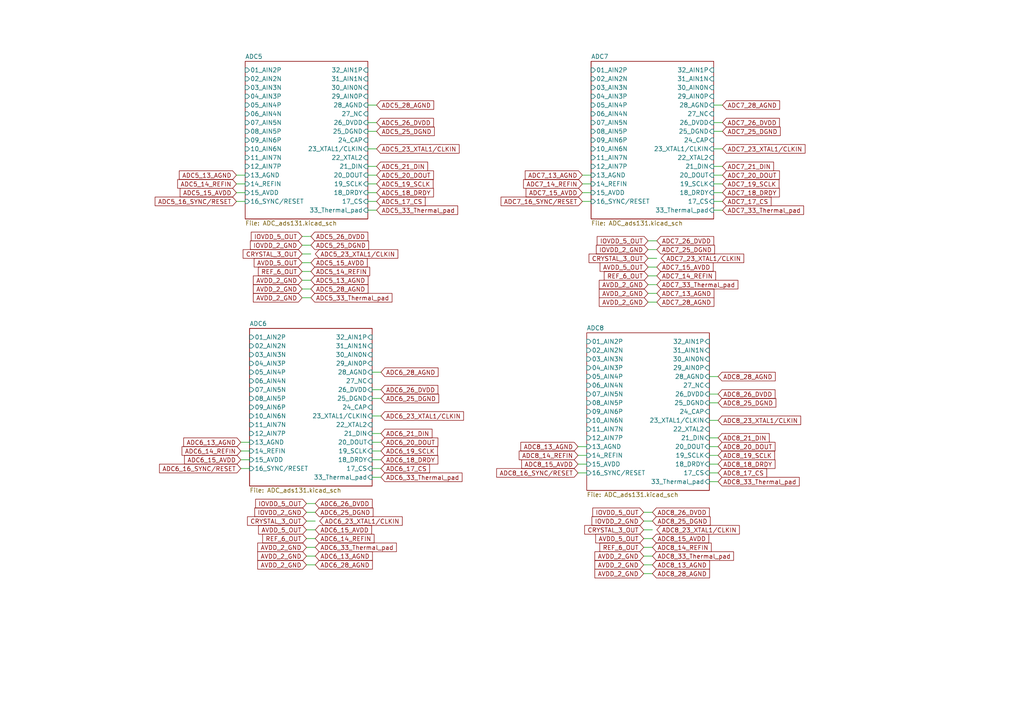
<source format=kicad_sch>
(kicad_sch (version 20210621) (generator eeschema)
  (paper "A4")
  (lib_symbols)
  (wire (pts (xy 68.58 50.8) (xy 71.12 50.8)))
  (wire (pts (xy 68.58 53.34) (xy 71.12 53.34)))
  (wire (pts (xy 68.58 55.88) (xy 71.12 55.88)))
  (wire (pts (xy 68.58 58.42) (xy 71.12 58.42)))
  (wire (pts (xy 69.85 128.27) (xy 72.39 128.27)))
  (wire (pts (xy 69.85 130.81) (xy 72.39 130.81)))
  (wire (pts (xy 69.85 133.35) (xy 72.39 133.35)))
  (wire (pts (xy 69.85 135.89) (xy 72.39 135.89)))
  (wire (pts (xy 90.17 68.58) (xy 87.63 68.58)))
  (wire (pts (xy 90.17 71.12) (xy 87.63 71.12)))
  (wire (pts (xy 90.17 73.66) (xy 87.63 73.66)))
  (wire (pts (xy 90.17 76.2) (xy 87.63 76.2)))
  (wire (pts (xy 90.17 78.74) (xy 87.63 78.74)))
  (wire (pts (xy 90.17 81.28) (xy 87.63 81.28)))
  (wire (pts (xy 90.17 83.82) (xy 87.63 83.82)))
  (wire (pts (xy 90.17 86.36) (xy 87.63 86.36)))
  (wire (pts (xy 91.44 146.05) (xy 88.9 146.05)))
  (wire (pts (xy 91.44 148.59) (xy 88.9 148.59)))
  (wire (pts (xy 91.44 151.13) (xy 88.9 151.13)))
  (wire (pts (xy 91.44 153.67) (xy 88.9 153.67)))
  (wire (pts (xy 91.44 156.21) (xy 88.9 156.21)))
  (wire (pts (xy 91.44 158.75) (xy 88.9 158.75)))
  (wire (pts (xy 91.44 161.29) (xy 88.9 161.29)))
  (wire (pts (xy 91.44 163.83) (xy 88.9 163.83)))
  (wire (pts (xy 106.68 38.1) (xy 109.22 38.1)))
  (wire (pts (xy 107.95 115.57) (xy 110.49 115.57)))
  (wire (pts (xy 109.22 30.48) (xy 106.68 30.48)))
  (wire (pts (xy 109.22 35.56) (xy 106.68 35.56)))
  (wire (pts (xy 109.22 43.18) (xy 106.68 43.18)))
  (wire (pts (xy 109.22 48.26) (xy 106.68 48.26)))
  (wire (pts (xy 109.22 50.8) (xy 106.68 50.8)))
  (wire (pts (xy 109.22 53.34) (xy 106.68 53.34)))
  (wire (pts (xy 109.22 55.88) (xy 106.68 55.88)))
  (wire (pts (xy 109.22 58.42) (xy 106.68 58.42)))
  (wire (pts (xy 109.22 60.96) (xy 106.68 60.96)))
  (wire (pts (xy 110.49 107.95) (xy 107.95 107.95)))
  (wire (pts (xy 110.49 113.03) (xy 107.95 113.03)))
  (wire (pts (xy 110.49 120.65) (xy 107.95 120.65)))
  (wire (pts (xy 110.49 125.73) (xy 107.95 125.73)))
  (wire (pts (xy 110.49 128.27) (xy 107.95 128.27)))
  (wire (pts (xy 110.49 130.81) (xy 107.95 130.81)))
  (wire (pts (xy 110.49 133.35) (xy 107.95 133.35)))
  (wire (pts (xy 110.49 135.89) (xy 107.95 135.89)))
  (wire (pts (xy 110.49 138.43) (xy 107.95 138.43)))
  (wire (pts (xy 167.64 129.54) (xy 170.18 129.54)))
  (wire (pts (xy 167.64 132.08) (xy 170.18 132.08)))
  (wire (pts (xy 167.64 134.62) (xy 170.18 134.62)))
  (wire (pts (xy 167.64 137.16) (xy 170.18 137.16)))
  (wire (pts (xy 168.91 50.8) (xy 171.45 50.8)))
  (wire (pts (xy 168.91 53.34) (xy 171.45 53.34)))
  (wire (pts (xy 168.91 55.88) (xy 171.45 55.88)))
  (wire (pts (xy 168.91 58.42) (xy 171.45 58.42)))
  (wire (pts (xy 189.23 148.59) (xy 186.69 148.59)))
  (wire (pts (xy 189.23 151.13) (xy 186.69 151.13)))
  (wire (pts (xy 189.23 153.67) (xy 186.69 153.67)))
  (wire (pts (xy 189.23 156.21) (xy 186.69 156.21)))
  (wire (pts (xy 189.23 158.75) (xy 186.69 158.75)))
  (wire (pts (xy 189.23 161.29) (xy 186.69 161.29)))
  (wire (pts (xy 189.23 163.83) (xy 186.69 163.83)))
  (wire (pts (xy 189.23 166.37) (xy 186.69 166.37)))
  (wire (pts (xy 190.5 69.85) (xy 187.96 69.85)))
  (wire (pts (xy 190.5 72.39) (xy 187.96 72.39)))
  (wire (pts (xy 190.5 74.93) (xy 187.96 74.93)))
  (wire (pts (xy 190.5 77.47) (xy 187.96 77.47)))
  (wire (pts (xy 190.5 80.01) (xy 187.96 80.01)))
  (wire (pts (xy 190.5 82.55) (xy 187.96 82.55)))
  (wire (pts (xy 190.5 85.09) (xy 187.96 85.09)))
  (wire (pts (xy 190.5 87.63) (xy 187.96 87.63)))
  (wire (pts (xy 205.74 116.84) (xy 208.28 116.84)))
  (wire (pts (xy 207.01 38.1) (xy 209.55 38.1)))
  (wire (pts (xy 208.28 109.22) (xy 205.74 109.22)))
  (wire (pts (xy 208.28 114.3) (xy 205.74 114.3)))
  (wire (pts (xy 208.28 121.92) (xy 205.74 121.92)))
  (wire (pts (xy 208.28 127) (xy 205.74 127)))
  (wire (pts (xy 208.28 129.54) (xy 205.74 129.54)))
  (wire (pts (xy 208.28 132.08) (xy 205.74 132.08)))
  (wire (pts (xy 208.28 134.62) (xy 205.74 134.62)))
  (wire (pts (xy 208.28 137.16) (xy 205.74 137.16)))
  (wire (pts (xy 208.28 139.7) (xy 205.74 139.7)))
  (wire (pts (xy 209.55 30.48) (xy 207.01 30.48)))
  (wire (pts (xy 209.55 35.56) (xy 207.01 35.56)))
  (wire (pts (xy 209.55 43.18) (xy 207.01 43.18)))
  (wire (pts (xy 209.55 48.26) (xy 207.01 48.26)))
  (wire (pts (xy 209.55 50.8) (xy 207.01 50.8)))
  (wire (pts (xy 209.55 53.34) (xy 207.01 53.34)))
  (wire (pts (xy 209.55 55.88) (xy 207.01 55.88)))
  (wire (pts (xy 209.55 58.42) (xy 207.01 58.42)))
  (wire (pts (xy 209.55 60.96) (xy 207.01 60.96)))
  (global_label "ADC5_13_AGND" (shape input) (at 68.58 50.8 180) (property "Intersheet References" "${INTERSHEET_REFS}" (effects hide)))
  (global_label "ADC5_14_REFIN" (shape input) (at 68.58 53.34 180) (property "Intersheet References" "${INTERSHEET_REFS}" (effects hide)))
  (global_label "ADC5_15_AVDD" (shape input) (at 68.58 55.88 180) (property "Intersheet References" "${INTERSHEET_REFS}" (effects hide)))
  (global_label "ADC5_16_SYNC{slash}RESET" (shape input) (at 68.58 58.42 180) (property "Intersheet References" "${INTERSHEET_REFS}" (effects hide)))
  (global_label "ADC6_13_AGND" (shape input) (at 69.85 128.27 180) (property "Intersheet References" "${INTERSHEET_REFS}" (effects hide)))
  (global_label "ADC6_14_REFIN" (shape input) (at 69.85 130.81 180) (property "Intersheet References" "${INTERSHEET_REFS}" (effects hide)))
  (global_label "ADC6_15_AVDD" (shape input) (at 69.85 133.35 180) (property "Intersheet References" "${INTERSHEET_REFS}" (effects hide)))
  (global_label "ADC6_16_SYNC{slash}RESET" (shape input) (at 69.85 135.89 180) (property "Intersheet References" "${INTERSHEET_REFS}" (effects hide)))
  (global_label "IOVDD_5_OUT" (shape input) (at 87.63 68.58 180) (property "Intersheet References" "${INTERSHEET_REFS}" (effects hide)))
  (global_label "IOVDD_2_GND" (shape input) (at 87.63 71.12 180) (property "Intersheet References" "${INTERSHEET_REFS}" (effects hide)))
  (global_label "CRYSTAL_3_OUT" (shape input) (at 87.63 73.66 180) (property "Intersheet References" "${INTERSHEET_REFS}" (effects hide)))
  (global_label "AVDD_5_OUT" (shape input) (at 87.63 76.2 180) (property "Intersheet References" "${INTERSHEET_REFS}" (effects hide)))
  (global_label "REF_6_OUT" (shape input) (at 87.63 78.74 180) (property "Intersheet References" "${INTERSHEET_REFS}" (effects hide)))
  (global_label "AVDD_2_GND" (shape input) (at 87.63 81.28 180) (property "Intersheet References" "${INTERSHEET_REFS}" (effects hide)))
  (global_label "AVDD_2_GND" (shape input) (at 87.63 83.82 180) (property "Intersheet References" "${INTERSHEET_REFS}" (effects hide)))
  (global_label "AVDD_2_GND" (shape input) (at 87.63 86.36 180) (property "Intersheet References" "${INTERSHEET_REFS}" (effects hide)))
  (global_label "IOVDD_5_OUT" (shape input) (at 88.9 146.05 180) (property "Intersheet References" "${INTERSHEET_REFS}" (effects hide)))
  (global_label "IOVDD_2_GND" (shape input) (at 88.9 148.59 180) (property "Intersheet References" "${INTERSHEET_REFS}" (effects hide)))
  (global_label "CRYSTAL_3_OUT" (shape input) (at 88.9 151.13 180) (property "Intersheet References" "${INTERSHEET_REFS}" (effects hide)))
  (global_label "AVDD_5_OUT" (shape input) (at 88.9 153.67 180) (property "Intersheet References" "${INTERSHEET_REFS}" (effects hide)))
  (global_label "REF_6_OUT" (shape input) (at 88.9 156.21 180) (property "Intersheet References" "${INTERSHEET_REFS}" (effects hide)))
  (global_label "AVDD_2_GND" (shape input) (at 88.9 158.75 180) (property "Intersheet References" "${INTERSHEET_REFS}" (effects hide)))
  (global_label "AVDD_2_GND" (shape input) (at 88.9 161.29 180) (property "Intersheet References" "${INTERSHEET_REFS}" (effects hide)))
  (global_label "AVDD_2_GND" (shape input) (at 88.9 163.83 180) (property "Intersheet References" "${INTERSHEET_REFS}" (effects hide)))
  (global_label "ADC5_26_DVDD" (shape input) (at 90.17 68.58 0) (property "Intersheet References" "${INTERSHEET_REFS}" (effects hide)))
  (global_label "ADC5_25_DGND" (shape input) (at 90.17 71.12 0) (property "Intersheet References" "${INTERSHEET_REFS}" (effects hide)))
  (global_label "ADC5_15_AVDD" (shape input) (at 90.17 76.2 0) (property "Intersheet References" "${INTERSHEET_REFS}" (effects hide)))
  (global_label "ADC5_14_REFIN" (shape input) (at 90.17 78.74 0) (property "Intersheet References" "${INTERSHEET_REFS}" (effects hide)))
  (global_label "ADC5_13_AGND" (shape input) (at 90.17 81.28 0) (property "Intersheet References" "${INTERSHEET_REFS}" (effects hide)))
  (global_label "ADC5_28_AGND" (shape input) (at 90.17 83.82 0) (property "Intersheet References" "${INTERSHEET_REFS}" (effects hide)))
  (global_label "ADC5_33_Thermal_pad" (shape input) (at 90.17 86.36 0) (property "Intersheet References" "${INTERSHEET_REFS}" (effects hide)))
  (global_label "ADC5_23_XTAL1{slash}CLKIN" (shape input) (at 91.44 73.66 0) (property "Intersheet References" "${INTERSHEET_REFS}" (effects hide)))
  (global_label "ADC6_26_DVDD" (shape input) (at 91.44 146.05 0) (property "Intersheet References" "${INTERSHEET_REFS}" (effects hide)))
  (global_label "ADC6_25_DGND" (shape input) (at 91.44 148.59 0) (property "Intersheet References" "${INTERSHEET_REFS}" (effects hide)))
  (global_label "ADC6_15_AVDD" (shape input) (at 91.44 153.67 0) (property "Intersheet References" "${INTERSHEET_REFS}" (effects hide)))
  (global_label "ADC6_14_REFIN" (shape input) (at 91.44 156.21 0) (property "Intersheet References" "${INTERSHEET_REFS}" (effects hide)))
  (global_label "ADC6_33_Thermal_pad" (shape input) (at 91.44 158.75 0) (property "Intersheet References" "${INTERSHEET_REFS}" (effects hide)))
  (global_label "ADC6_13_AGND" (shape input) (at 91.44 161.29 0) (property "Intersheet References" "${INTERSHEET_REFS}" (effects hide)))
  (global_label "ADC6_28_AGND" (shape input) (at 91.44 163.83 0) (property "Intersheet References" "${INTERSHEET_REFS}" (effects hide)))
  (global_label "ADC6_23_XTAL1{slash}CLKIN" (shape input) (at 92.71 151.13 0) (property "Intersheet References" "${INTERSHEET_REFS}" (effects hide)))
  (global_label "ADC5_28_AGND" (shape input) (at 109.22 30.48 0) (property "Intersheet References" "${INTERSHEET_REFS}" (effects hide)))
  (global_label "ADC5_26_DVDD" (shape input) (at 109.22 35.56 0) (property "Intersheet References" "${INTERSHEET_REFS}" (effects hide)))
  (global_label "ADC5_25_DGND" (shape input) (at 109.22 38.1 0) (property "Intersheet References" "${INTERSHEET_REFS}" (effects hide)))
  (global_label "ADC5_23_XTAL1{slash}CLKIN" (shape input) (at 109.22 43.18 0) (property "Intersheet References" "${INTERSHEET_REFS}" (effects hide)))
  (global_label "ADC5_21_DIN" (shape input) (at 109.22 48.26 0) (property "Intersheet References" "${INTERSHEET_REFS}" (effects hide)))
  (global_label "ADC5_20_DOUT" (shape input) (at 109.22 50.8 0) (property "Intersheet References" "${INTERSHEET_REFS}" (effects hide)))
  (global_label "ADC5_19_SCLK" (shape input) (at 109.22 53.34 0) (property "Intersheet References" "${INTERSHEET_REFS}" (effects hide)))
  (global_label "ADC5_18_DRDY" (shape input) (at 109.22 55.88 0) (property "Intersheet References" "${INTERSHEET_REFS}" (effects hide)))
  (global_label "ADC5_17_CS" (shape input) (at 109.22 58.42 0) (property "Intersheet References" "${INTERSHEET_REFS}" (effects hide)))
  (global_label "ADC5_33_Thermal_pad" (shape input) (at 109.22 60.96 0) (property "Intersheet References" "${INTERSHEET_REFS}" (effects hide)))
  (global_label "ADC6_28_AGND" (shape input) (at 110.49 107.95 0) (property "Intersheet References" "${INTERSHEET_REFS}" (effects hide)))
  (global_label "ADC6_26_DVDD" (shape input) (at 110.49 113.03 0) (property "Intersheet References" "${INTERSHEET_REFS}" (effects hide)))
  (global_label "ADC6_25_DGND" (shape input) (at 110.49 115.57 0) (property "Intersheet References" "${INTERSHEET_REFS}" (effects hide)))
  (global_label "ADC6_23_XTAL1{slash}CLKIN" (shape input) (at 110.49 120.65 0) (property "Intersheet References" "${INTERSHEET_REFS}" (effects hide)))
  (global_label "ADC6_21_DIN" (shape input) (at 110.49 125.73 0) (property "Intersheet References" "${INTERSHEET_REFS}" (effects hide)))
  (global_label "ADC6_20_DOUT" (shape input) (at 110.49 128.27 0) (property "Intersheet References" "${INTERSHEET_REFS}" (effects hide)))
  (global_label "ADC6_19_SCLK" (shape input) (at 110.49 130.81 0) (property "Intersheet References" "${INTERSHEET_REFS}" (effects hide)))
  (global_label "ADC6_18_DRDY" (shape input) (at 110.49 133.35 0) (property "Intersheet References" "${INTERSHEET_REFS}" (effects hide)))
  (global_label "ADC6_17_CS" (shape input) (at 110.49 135.89 0) (property "Intersheet References" "${INTERSHEET_REFS}" (effects hide)))
  (global_label "ADC6_33_Thermal_pad" (shape input) (at 110.49 138.43 0) (property "Intersheet References" "${INTERSHEET_REFS}" (effects hide)))
  (global_label "ADC8_13_AGND" (shape input) (at 167.64 129.54 180) (property "Intersheet References" "${INTERSHEET_REFS}" (effects hide)))
  (global_label "ADC8_14_REFIN" (shape input) (at 167.64 132.08 180) (property "Intersheet References" "${INTERSHEET_REFS}" (effects hide)))
  (global_label "ADC8_15_AVDD" (shape input) (at 167.64 134.62 180) (property "Intersheet References" "${INTERSHEET_REFS}" (effects hide)))
  (global_label "ADC8_16_SYNC{slash}RESET" (shape input) (at 167.64 137.16 180) (property "Intersheet References" "${INTERSHEET_REFS}" (effects hide)))
  (global_label "ADC7_13_AGND" (shape input) (at 168.91 50.8 180) (property "Intersheet References" "${INTERSHEET_REFS}" (effects hide)))
  (global_label "ADC7_14_REFIN" (shape input) (at 168.91 53.34 180) (property "Intersheet References" "${INTERSHEET_REFS}" (effects hide)))
  (global_label "ADC7_15_AVDD" (shape input) (at 168.91 55.88 180) (property "Intersheet References" "${INTERSHEET_REFS}" (effects hide)))
  (global_label "ADC7_16_SYNC{slash}RESET" (shape input) (at 168.91 58.42 180) (property "Intersheet References" "${INTERSHEET_REFS}" (effects hide)))
  (global_label "IOVDD_5_OUT" (shape input) (at 186.69 148.59 180) (property "Intersheet References" "${INTERSHEET_REFS}" (effects hide)))
  (global_label "IOVDD_2_GND" (shape input) (at 186.69 151.13 180) (property "Intersheet References" "${INTERSHEET_REFS}" (effects hide)))
  (global_label "CRYSTAL_3_OUT" (shape input) (at 186.69 153.67 180) (property "Intersheet References" "${INTERSHEET_REFS}" (effects hide)))
  (global_label "AVDD_5_OUT" (shape input) (at 186.69 156.21 180) (property "Intersheet References" "${INTERSHEET_REFS}" (effects hide)))
  (global_label "REF_6_OUT" (shape input) (at 186.69 158.75 180) (property "Intersheet References" "${INTERSHEET_REFS}" (effects hide)))
  (global_label "AVDD_2_GND" (shape input) (at 186.69 161.29 180) (property "Intersheet References" "${INTERSHEET_REFS}" (effects hide)))
  (global_label "AVDD_2_GND" (shape input) (at 186.69 163.83 180) (property "Intersheet References" "${INTERSHEET_REFS}" (effects hide)))
  (global_label "AVDD_2_GND" (shape input) (at 186.69 166.37 180) (property "Intersheet References" "${INTERSHEET_REFS}" (effects hide)))
  (global_label "IOVDD_5_OUT" (shape input) (at 187.96 69.85 180) (property "Intersheet References" "${INTERSHEET_REFS}" (effects hide)))
  (global_label "IOVDD_2_GND" (shape input) (at 187.96 72.39 180) (property "Intersheet References" "${INTERSHEET_REFS}" (effects hide)))
  (global_label "CRYSTAL_3_OUT" (shape input) (at 187.96 74.93 180) (property "Intersheet References" "${INTERSHEET_REFS}" (effects hide)))
  (global_label "AVDD_5_OUT" (shape input) (at 187.96 77.47 180) (property "Intersheet References" "${INTERSHEET_REFS}" (effects hide)))
  (global_label "REF_6_OUT" (shape input) (at 187.96 80.01 180) (property "Intersheet References" "${INTERSHEET_REFS}" (effects hide)))
  (global_label "AVDD_2_GND" (shape input) (at 187.96 82.55 180) (property "Intersheet References" "${INTERSHEET_REFS}" (effects hide)))
  (global_label "AVDD_2_GND" (shape input) (at 187.96 85.09 180) (property "Intersheet References" "${INTERSHEET_REFS}" (effects hide)))
  (global_label "AVDD_2_GND" (shape input) (at 187.96 87.63 180) (property "Intersheet References" "${INTERSHEET_REFS}" (effects hide)))
  (global_label "ADC8_26_DVDD" (shape input) (at 189.23 148.59 0) (property "Intersheet References" "${INTERSHEET_REFS}" (effects hide)))
  (global_label "ADC8_25_DGND" (shape input) (at 189.23 151.13 0) (property "Intersheet References" "${INTERSHEET_REFS}" (effects hide)))
  (global_label "ADC8_15_AVDD" (shape input) (at 189.23 156.21 0) (property "Intersheet References" "${INTERSHEET_REFS}" (effects hide)))
  (global_label "ADC8_14_REFIN" (shape input) (at 189.23 158.75 0) (property "Intersheet References" "${INTERSHEET_REFS}" (effects hide)))
  (global_label "ADC8_33_Thermal_pad" (shape input) (at 189.23 161.29 0) (property "Intersheet References" "${INTERSHEET_REFS}" (effects hide)))
  (global_label "ADC8_13_AGND" (shape input) (at 189.23 163.83 0) (property "Intersheet References" "${INTERSHEET_REFS}" (effects hide)))
  (global_label "ADC8_28_AGND" (shape input) (at 189.23 166.37 0) (property "Intersheet References" "${INTERSHEET_REFS}" (effects hide)))
  (global_label "ADC7_26_DVDD" (shape input) (at 190.5 69.85 0) (property "Intersheet References" "${INTERSHEET_REFS}" (effects hide)))
  (global_label "ADC7_25_DGND" (shape input) (at 190.5 72.39 0) (property "Intersheet References" "${INTERSHEET_REFS}" (effects hide)))
  (global_label "ADC7_15_AVDD" (shape input) (at 190.5 77.47 0) (property "Intersheet References" "${INTERSHEET_REFS}" (effects hide)))
  (global_label "ADC7_14_REFIN" (shape input) (at 190.5 80.01 0) (property "Intersheet References" "${INTERSHEET_REFS}" (effects hide)))
  (global_label "ADC7_33_Thermal_pad" (shape input) (at 190.5 82.55 0) (property "Intersheet References" "${INTERSHEET_REFS}" (effects hide)))
  (global_label "ADC7_13_AGND" (shape input) (at 190.5 85.09 0) (property "Intersheet References" "${INTERSHEET_REFS}" (effects hide)))
  (global_label "ADC7_28_AGND" (shape input) (at 190.5 87.63 0) (property "Intersheet References" "${INTERSHEET_REFS}" (effects hide)))
  (global_label "ADC8_23_XTAL1{slash}CLKIN" (shape input) (at 190.5 153.67 0) (property "Intersheet References" "${INTERSHEET_REFS}" (effects hide)))
  (global_label "ADC7_23_XTAL1{slash}CLKIN" (shape input) (at 191.77 74.93 0) (property "Intersheet References" "${INTERSHEET_REFS}" (effects hide)))
  (global_label "ADC8_28_AGND" (shape input) (at 208.28 109.22 0) (property "Intersheet References" "${INTERSHEET_REFS}" (effects hide)))
  (global_label "ADC8_26_DVDD" (shape input) (at 208.28 114.3 0) (property "Intersheet References" "${INTERSHEET_REFS}" (effects hide)))
  (global_label "ADC8_25_DGND" (shape input) (at 208.28 116.84 0) (property "Intersheet References" "${INTERSHEET_REFS}" (effects hide)))
  (global_label "ADC8_23_XTAL1{slash}CLKIN" (shape input) (at 208.28 121.92 0) (property "Intersheet References" "${INTERSHEET_REFS}" (effects hide)))
  (global_label "ADC8_21_DIN" (shape input) (at 208.28 127 0) (property "Intersheet References" "${INTERSHEET_REFS}" (effects hide)))
  (global_label "ADC8_20_DOUT" (shape input) (at 208.28 129.54 0) (property "Intersheet References" "${INTERSHEET_REFS}" (effects hide)))
  (global_label "ADC8_19_SCLK" (shape input) (at 208.28 132.08 0) (property "Intersheet References" "${INTERSHEET_REFS}" (effects hide)))
  (global_label "ADC8_18_DRDY" (shape input) (at 208.28 134.62 0) (property "Intersheet References" "${INTERSHEET_REFS}" (effects hide)))
  (global_label "ADC8_17_CS" (shape input) (at 208.28 137.16 0) (property "Intersheet References" "${INTERSHEET_REFS}" (effects hide)))
  (global_label "ADC8_33_Thermal_pad" (shape input) (at 208.28 139.7 0) (property "Intersheet References" "${INTERSHEET_REFS}" (effects hide)))
  (global_label "ADC7_28_AGND" (shape input) (at 209.55 30.48 0) (property "Intersheet References" "${INTERSHEET_REFS}" (effects hide)))
  (global_label "ADC7_26_DVDD" (shape input) (at 209.55 35.56 0) (property "Intersheet References" "${INTERSHEET_REFS}" (effects hide)))
  (global_label "ADC7_25_DGND" (shape input) (at 209.55 38.1 0) (property "Intersheet References" "${INTERSHEET_REFS}" (effects hide)))
  (global_label "ADC7_23_XTAL1{slash}CLKIN" (shape input) (at 209.55 43.18 0) (property "Intersheet References" "${INTERSHEET_REFS}" (effects hide)))
  (global_label "ADC7_21_DIN" (shape input) (at 209.55 48.26 0) (property "Intersheet References" "${INTERSHEET_REFS}" (effects hide)))
  (global_label "ADC7_20_DOUT" (shape input) (at 209.55 50.8 0) (property "Intersheet References" "${INTERSHEET_REFS}" (effects hide)))
  (global_label "ADC7_19_SCLK" (shape input) (at 209.55 53.34 0) (property "Intersheet References" "${INTERSHEET_REFS}" (effects hide)))
  (global_label "ADC7_18_DRDY" (shape input) (at 209.55 55.88 0) (property "Intersheet References" "${INTERSHEET_REFS}" (effects hide)))
  (global_label "ADC7_17_CS" (shape input) (at 209.55 58.42 0) (property "Intersheet References" "${INTERSHEET_REFS}" (effects hide)))
  (global_label "ADC7_33_Thermal_pad" (shape input) (at 209.55 60.96 0) (property "Intersheet References" "${INTERSHEET_REFS}" (effects hide)))
  (sheet (at 71.12 17.78) (size 35.56 45.72)
    (property "Sheet name" "ADC5" (at 71.12 17.1445 0) (effects (justify left bottom)))
    (property "Sheet file" "ADC_ads131.kicad_sch" (at 71.12 64.0085 0) (effects (justify left top)))
    (pin "23_XTAL1{slash}CLKIN" input (at 106.68 43.18 0))
    (pin "24_CAP" input (at 106.68 40.64 0))
    (pin "25_DGND" input (at 106.68 38.1 0))
    (pin "26_DVDD" input (at 106.68 35.56 0))
    (pin "27_NC" input (at 106.68 33.02 0))
    (pin "21_DIN" input (at 106.68 48.26 0))
    (pin "22_XTAL2" input (at 106.68 45.72 0))
    (pin "17_CS" input (at 106.68 58.42 0))
    (pin "18_DRDY" input (at 106.68 55.88 0))
    (pin "19_SCLK" input (at 106.68 53.34 0))
    (pin "20_DOUT" input (at 106.68 50.8 0))
    (pin "29_AIN0P" input (at 106.68 27.94 0))
    (pin "30_AIN0N" input (at 106.68 25.4 0))
    (pin "31_AIN1N" input (at 106.68 22.86 0))
    (pin "28_AGND" input (at 106.68 30.48 0))
    (pin "04_AIN3P" input (at 71.12 27.94 180))
    (pin "05_AIN4P" input (at 71.12 30.48 180))
    (pin "03_AIN3N" input (at 71.12 25.4 180))
    (pin "02_AIN2N" input (at 71.12 22.86 180))
    (pin "01_AIN2P" input (at 71.12 20.32 180))
    (pin "09_AIN6P" input (at 71.12 40.64 180))
    (pin "07_AIN5N" input (at 71.12 35.56 180))
    (pin "06_AIN4N" input (at 71.12 33.02 180))
    (pin "08_AIN5P" input (at 71.12 38.1 180))
    (pin "10_AIN6N" input (at 71.12 43.18 180))
    (pin "11_AIN7N" input (at 71.12 45.72 180))
    (pin "32_AIN1P" input (at 106.68 20.32 0))
    (pin "15_AVDD" input (at 71.12 55.88 180))
    (pin "13_AGND" input (at 71.12 50.8 180))
    (pin "14_REFIN" input (at 71.12 53.34 180))
    (pin "12_AIN7P" input (at 71.12 48.26 180))
    (pin "16_SYNC{slash}RESET" input (at 71.12 58.42 180))
    (pin "33_Thermal_pad" input (at 106.68 60.96 0))
  )
  (sheet (at 72.39 95.25) (size 35.56 45.72)
    (property "Sheet name" "ADC6" (at 72.39 94.6145 0) (effects (justify left bottom)))
    (property "Sheet file" "ADC_ads131.kicad_sch" (at 72.39 141.4785 0) (effects (justify left top)))
    (pin "23_XTAL1{slash}CLKIN" input (at 107.95 120.65 0))
    (pin "24_CAP" input (at 107.95 118.11 0))
    (pin "25_DGND" input (at 107.95 115.57 0))
    (pin "26_DVDD" input (at 107.95 113.03 0))
    (pin "27_NC" input (at 107.95 110.49 0))
    (pin "21_DIN" input (at 107.95 125.73 0))
    (pin "22_XTAL2" input (at 107.95 123.19 0))
    (pin "17_CS" input (at 107.95 135.89 0))
    (pin "18_DRDY" input (at 107.95 133.35 0))
    (pin "19_SCLK" input (at 107.95 130.81 0))
    (pin "20_DOUT" input (at 107.95 128.27 0))
    (pin "29_AIN0P" input (at 107.95 105.41 0))
    (pin "30_AIN0N" input (at 107.95 102.87 0))
    (pin "31_AIN1N" input (at 107.95 100.33 0))
    (pin "28_AGND" input (at 107.95 107.95 0))
    (pin "04_AIN3P" input (at 72.39 105.41 180))
    (pin "05_AIN4P" input (at 72.39 107.95 180))
    (pin "03_AIN3N" input (at 72.39 102.87 180))
    (pin "02_AIN2N" input (at 72.39 100.33 180))
    (pin "01_AIN2P" input (at 72.39 97.79 180))
    (pin "09_AIN6P" input (at 72.39 118.11 180))
    (pin "07_AIN5N" input (at 72.39 113.03 180))
    (pin "06_AIN4N" input (at 72.39 110.49 180))
    (pin "08_AIN5P" input (at 72.39 115.57 180))
    (pin "10_AIN6N" input (at 72.39 120.65 180))
    (pin "11_AIN7N" input (at 72.39 123.19 180))
    (pin "32_AIN1P" input (at 107.95 97.79 0))
    (pin "15_AVDD" input (at 72.39 133.35 180))
    (pin "13_AGND" input (at 72.39 128.27 180))
    (pin "14_REFIN" input (at 72.39 130.81 180))
    (pin "12_AIN7P" input (at 72.39 125.73 180))
    (pin "16_SYNC{slash}RESET" input (at 72.39 135.89 180))
    (pin "33_Thermal_pad" input (at 107.95 138.43 0))
  )
  (sheet (at 171.45 17.78) (size 35.56 45.72)
    (property "Sheet name" "ADC7" (at 171.45 17.1445 0) (effects (justify left bottom)))
    (property "Sheet file" "ADC_ads131.kicad_sch" (at 171.45 64.0085 0) (effects (justify left top)))
    (pin "23_XTAL1{slash}CLKIN" input (at 207.01 43.18 0))
    (pin "24_CAP" input (at 207.01 40.64 0))
    (pin "25_DGND" input (at 207.01 38.1 0))
    (pin "26_DVDD" input (at 207.01 35.56 0))
    (pin "27_NC" input (at 207.01 33.02 0))
    (pin "21_DIN" input (at 207.01 48.26 0))
    (pin "22_XTAL2" input (at 207.01 45.72 0))
    (pin "17_CS" input (at 207.01 58.42 0))
    (pin "18_DRDY" input (at 207.01 55.88 0))
    (pin "19_SCLK" input (at 207.01 53.34 0))
    (pin "20_DOUT" input (at 207.01 50.8 0))
    (pin "29_AIN0P" input (at 207.01 27.94 0))
    (pin "30_AIN0N" input (at 207.01 25.4 0))
    (pin "31_AIN1N" input (at 207.01 22.86 0))
    (pin "28_AGND" input (at 207.01 30.48 0))
    (pin "04_AIN3P" input (at 171.45 27.94 180))
    (pin "05_AIN4P" input (at 171.45 30.48 180))
    (pin "03_AIN3N" input (at 171.45 25.4 180))
    (pin "02_AIN2N" input (at 171.45 22.86 180))
    (pin "01_AIN2P" input (at 171.45 20.32 180))
    (pin "09_AIN6P" input (at 171.45 40.64 180))
    (pin "07_AIN5N" input (at 171.45 35.56 180))
    (pin "06_AIN4N" input (at 171.45 33.02 180))
    (pin "08_AIN5P" input (at 171.45 38.1 180))
    (pin "10_AIN6N" input (at 171.45 43.18 180))
    (pin "11_AIN7N" input (at 171.45 45.72 180))
    (pin "32_AIN1P" input (at 207.01 20.32 0))
    (pin "15_AVDD" input (at 171.45 55.88 180))
    (pin "13_AGND" input (at 171.45 50.8 180))
    (pin "14_REFIN" input (at 171.45 53.34 180))
    (pin "12_AIN7P" input (at 171.45 48.26 180))
    (pin "16_SYNC{slash}RESET" input (at 171.45 58.42 180))
    (pin "33_Thermal_pad" input (at 207.01 60.96 0))
  )
  (sheet (at 170.18 96.52) (size 35.56 45.72)
    (property "Sheet name" "ADC8" (at 170.18 95.8845 0) (effects (justify left bottom)))
    (property "Sheet file" "ADC_ads131.kicad_sch" (at 170.18 142.7485 0) (effects (justify left top)))
    (pin "23_XTAL1{slash}CLKIN" input (at 205.74 121.92 0))
    (pin "24_CAP" input (at 205.74 119.38 0))
    (pin "25_DGND" input (at 205.74 116.84 0))
    (pin "26_DVDD" input (at 205.74 114.3 0))
    (pin "27_NC" input (at 205.74 111.76 0))
    (pin "21_DIN" input (at 205.74 127 0))
    (pin "22_XTAL2" input (at 205.74 124.46 0))
    (pin "17_CS" input (at 205.74 137.16 0))
    (pin "18_DRDY" input (at 205.74 134.62 0))
    (pin "19_SCLK" input (at 205.74 132.08 0))
    (pin "20_DOUT" input (at 205.74 129.54 0))
    (pin "29_AIN0P" input (at 205.74 106.68 0))
    (pin "30_AIN0N" input (at 205.74 104.14 0))
    (pin "31_AIN1N" input (at 205.74 101.6 0))
    (pin "28_AGND" input (at 205.74 109.22 0))
    (pin "04_AIN3P" input (at 170.18 106.68 180))
    (pin "05_AIN4P" input (at 170.18 109.22 180))
    (pin "03_AIN3N" input (at 170.18 104.14 180))
    (pin "02_AIN2N" input (at 170.18 101.6 180))
    (pin "01_AIN2P" input (at 170.18 99.06 180))
    (pin "09_AIN6P" input (at 170.18 119.38 180))
    (pin "07_AIN5N" input (at 170.18 114.3 180))
    (pin "06_AIN4N" input (at 170.18 111.76 180))
    (pin "08_AIN5P" input (at 170.18 116.84 180))
    (pin "10_AIN6N" input (at 170.18 121.92 180))
    (pin "11_AIN7N" input (at 170.18 124.46 180))
    (pin "32_AIN1P" input (at 205.74 99.06 0))
    (pin "15_AVDD" input (at 170.18 134.62 180))
    (pin "13_AGND" input (at 170.18 129.54 180))
    (pin "14_REFIN" input (at 170.18 132.08 180))
    (pin "12_AIN7P" input (at 170.18 127 180))
    (pin "16_SYNC{slash}RESET" input (at 170.18 137.16 180))
    (pin "33_Thermal_pad" input (at 205.74 139.7 0))
  )
)
</source>
